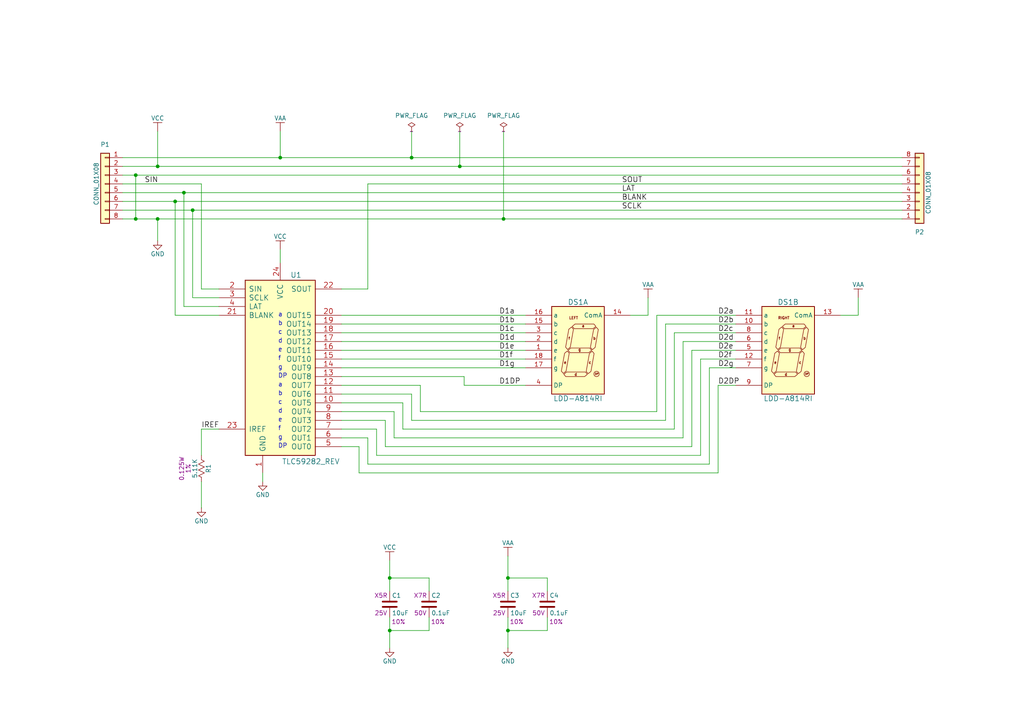
<source format=kicad_sch>
(kicad_sch (version 20231120) (generator "eeschema") (generator_version "8.0")
  (paper "A4")
  (title_block (title "2 Digit 7-Segment Display") (date "2016-09-10") (rev "v1.2.0"))
  (lib_symbols
    (symbol "Connector_Generic:Conn_01x08" (pin_names (offset 1.016) hide)
      (property "Reference" "J" (at 0 10.16 0))
      (property "Value" "Conn_01x08" (at 0 -12.7 0))
      (symbol "Conn_01x08_1_1"
        (rectangle (start -1.27 -10.033) (end 0 -10.287) (stroke (width 0.1524)))
        (rectangle (start -1.27 -7.493) (end 0 -7.747) (stroke (width 0.1524)))
        (rectangle (start -1.27 -4.953) (end 0 -5.207) (stroke (width 0.1524)))
        (rectangle (start -1.27 -2.413) (end 0 -2.667) (stroke (width 0.1524)))
        (rectangle (start -1.27 0.127) (end 0 -0.127) (stroke (width 0.1524)))
        (rectangle (start -1.27 2.667) (end 0 2.413) (stroke (width 0.1524)))
        (rectangle (start -1.27 5.207) (end 0 4.953) (stroke (width 0.1524)))
        (rectangle (start -1.27 7.747) (end 0 7.493) (stroke (width 0.1524)))
        (rectangle (start -1.27 8.89) (end 1.27 -11.43) (stroke (width 0.254)) (fill (type background)))
        (pin passive line (at -5.08 7.62 0) (length 3.81) (name "Pin_1") (number "1"))
        (pin passive line (at -5.08 5.08 0) (length 3.81) (name "Pin_2") (number "2"))
        (pin passive line (at -5.08 2.54 0) (length 3.81) (name "Pin_3") (number "3"))
        (pin passive line (at -5.08 0 0) (length 3.81) (name "Pin_4") (number "4"))
        (pin passive line (at -5.08 -2.54 0) (length 3.81) (name "Pin_5") (number "5"))
        (pin passive line (at -5.08 -5.08 0) (length 3.81) (name "Pin_6") (number "6"))
        (pin passive line (at -5.08 -7.62 0) (length 3.81) (name "Pin_7") (number "7"))
        (pin passive line (at -5.08 -10.16 0) (length 3.81) (name "Pin_8") (number "8"))
      )
    )
    (symbol "Device:C" (pin_numbers hide) (pin_names (offset 0.254))
      (property "Reference" "C" (at 0.635 2.54 0))
      (property "Value" "C" (at 0.635 -2.54 0))
      (symbol "C_0_1"
        (polyline (pts (xy -2.032 -0.762) (xy 2.032 -0.762)) (stroke (width 0.508)))
        (polyline (pts (xy -2.032 0.762) (xy 2.032 0.762)) (stroke (width 0.508)))
      )
      (symbol "C_1_1"
        (pin passive line (at 0 3.81 270) (length 2.794) (name "~") (number "1"))
        (pin passive line (at 0 -3.81 90) (length 2.794) (name "~") (number "2"))
      )
    )
    (symbol "Local:LDD-A814RI"
      (property "Reference" "DS" (at 0 13.97 0))
      (property "Value" "LDD-A814RI" (at 0 -13.97 0))
      (symbol "LDD-A814RI_0_0"
        (text "a" (at 1.524 7.0866 0) (effects (font (size 0.762 0.762))))
        (text "b" (at 4.7498 3.4798 0) (effects (font (size 0.762 0.762))))
        (text "c" (at 3.4798 -3.5306 0) (effects (font (size 0.762 0.762))))
        (text "d" (at -0.635 -6.985 0) (effects (font (size 0.762 0.762))))
        (text "DP" (at 5.4102 -6.858 0) (effects (font (size 0.508 0.508))))
        (text "e" (at -3.7084 -3.5306 0) (effects (font (size 0.762 0.762))))
        (text "f" (at -2.54 3.4544 0) (effects (font (size 0.762 0.762))))
        (text "g" (at 0.4826 0.2032 0) (effects (font (size 0.762 0.762))))
      )
      (symbol "LDD-A814RI_0_1"
        (rectangle (start -7.62 12.7) (end 7.62 -12.7) (stroke (width 0.254)) (fill (type background)))
        (polyline (pts (xy -4.826 -6.0452) (xy -3.8862 -0.8636) (xy -3.0988 -0.2032) (xy -2.54 -0.8636) (xy -3.4544 -6.0452) (xy -4.2418 -6.7056) (xy -4.826 -6.0452)))
        (polyline (pts (xy -3.5814 0.9144) (xy -2.667 6.096) (xy -1.8796 6.7564) (xy -1.3208 6.096) (xy -2.2352 0.9144) (xy -3.0226 0.2286) (xy -3.5814 0.9144)))
        (polyline (pts (xy -2.0828 0.6604) (xy 3.4036 0.6604) (xy 3.9624 0) (xy 3.1496 -0.6858) (xy -2.3114 -0.6858) (xy -2.8702 0) (xy -2.0828 0.6604)))
        (polyline (pts (xy -0.8636 7.62) (xy 4.6228 7.62) (xy 5.1816 6.9342) (xy 4.3942 6.2738) (xy -1.0922 6.2738) (xy -1.651 6.9342) (xy -0.8636 7.62)))
        (polyline (pts (xy 1.9304 -7.62) (xy -3.556 -7.62) (xy -4.1148 -6.9596) (xy -3.302 -6.2992) (xy 2.159 -6.2992) (xy 2.7178 -6.9596) (xy 1.9304 -7.62)))
        (polyline (pts (xy 4.6736 -0.9398) (xy 3.7592 -6.1214) (xy 2.9464 -6.7818) (xy 2.3876 -6.1214) (xy 3.302 -0.9398) (xy 4.1148 -0.254) (xy 4.6736 -0.9398)))
        (polyline (pts (xy 5.8928 6.0198) (xy 4.9784 0.8382) (xy 4.1656 0.1778) (xy 3.6068 0.8382) (xy 4.5212 6.0198) (xy 5.334 6.6802) (xy 5.8928 6.0198)))
        (circle (center 5.3848 -6.858) (radius 0.762))
      )
      (symbol "LDD-A814RI_1_0"
        (text "LEFT" (at -1.27 9.398 0) (effects (font (size 0.762 0.762))))
      )
      (symbol "LDD-A814RI_1_1"
        (pin input line (at -15.24 0 0) (length 7.62) (name "e") (number "1"))
        (pin input line (at 15.24 10.16 180) (length 7.62) (name "ComA") (number "14"))
        (pin input line (at -15.24 7.62 0) (length 7.62) (name "b") (number "15"))
        (pin input line (at -15.24 10.16 0) (length 7.62) (name "a") (number "16"))
        (pin input line (at -15.24 -5.08 0) (length 7.62) (name "g") (number "17"))
        (pin input line (at -15.24 -2.54 0) (length 7.62) (name "f") (number "18"))
        (pin input line (at -15.24 2.54 0) (length 7.62) (name "d") (number "2"))
        (pin input line (at -15.24 5.08 0) (length 7.62) (name "c") (number "3"))
        (pin input line (at -15.24 -10.16 0) (length 7.62) (name "DP") (number "4"))
      )
      (symbol "LDD-A814RI_2_0"
        (text "RIGHT" (at -1.27 9.398 0) (effects (font (size 0.762 0.762))))
      )
      (symbol "LDD-A814RI_2_1"
        (pin input line (at -15.24 7.62 0) (length 7.62) (name "b") (number "10"))
        (pin input line (at -15.24 10.16 0) (length 7.62) (name "a") (number "11"))
        (pin input line (at -15.24 -2.54 0) (length 7.62) (name "f") (number "12"))
        (pin input line (at 15.24 10.16 180) (length 7.62) (name "ComA") (number "13"))
        (pin input line (at -15.24 0 0) (length 7.62) (name "e") (number "5"))
        (pin input line (at -15.24 2.54 0) (length 7.62) (name "d") (number "6"))
        (pin input line (at -15.24 -5.08 0) (length 7.62) (name "g") (number "7"))
        (pin input line (at -15.24 5.08 0) (length 7.62) (name "c") (number "8"))
        (pin input line (at -15.24 -10.16 0) (length 7.62) (name "DP") (number "9"))
      )
    )
    (symbol "Local:R_local" (pin_numbers hide) (pin_names (offset 0))
      (property "Reference" "R" (at 2.032 0 90))
      (property "Value" "R_local" (at -1.905 0 90))
      (property "Description" "Resistor" (at -3.81 0 90))
      (property "Power" "0.125W" (at -5.715 0 90))
      (symbol "R_local_0_1"
        (polyline (pts (xy -0.8382 -2.1082) (xy 0.8382 -1.27)) (stroke (width 0.1524)))
        (polyline (pts (xy -0.8382 -0.4318) (xy 0.8382 0.4318)) (stroke (width 0.1524)))
        (polyline (pts (xy -0.8382 1.27) (xy 0.8382 2.1082)) (stroke (width 0.1524)))
        (polyline (pts (xy 0 -2.54) (xy -0.8382 -2.1082)) (stroke (width 0.1524)))
        (polyline (pts (xy 0.8382 -1.27) (xy -0.8382 -0.4318)) (stroke (width 0.1524)))
        (polyline (pts (xy 0.8382 0.4318) (xy -0.8382 1.27)) (stroke (width 0.1524)))
        (polyline (pts (xy 0.8382 2.1082) (xy 0 2.54)) (stroke (width 0.1524)))
      )
      (symbol "R_local_0_2"
        (rectangle (start -1.016 -2.54) (end 1.016 2.54) (stroke (width 0.254)))
      )
      (symbol "R_local_1_1"
        (pin passive line (at 0 3.81 270) (length 1.27) (name "~") (number "1"))
        (pin passive line (at 0 -3.81 90) (length 1.27) (name "~") (number "2"))
      )
      (symbol "R_local_1_2"
        (pin passive line (at 0 3.81 270) (length 1.27) (name "~") (number "1"))
        (pin passive line (at 0 -3.81 90) (length 1.27) (name "~") (number "2"))
      )
    )
    (symbol "Local:TLC59282_REV" (pin_names (offset 1.016))
      (property "Reference" "U" (at 3.302 27.178 0))
      (property "Value" "TLC59282_REV" (at 3.556 -27.178 0))
      (symbol "TLC59282_REV_1_0"
        (pin power_in line (at -5.08 -30.48 90) (length 5.08) (name "GND") (number "1"))
        (pin power_in line (at 0 30.48 270) (length 5.08) (name "VCC") (number "24"))
      )
      (symbol "TLC59282_REV_1_1"
        (rectangle (start -10.16 25.4) (end 10.16 -25.4) (stroke (width 0.254)) (fill (type background)))
        (pin output line (at 17.78 -10.16 180) (length 7.62) (name "OUT5") (number "10"))
        (pin output line (at 17.78 -7.62 180) (length 7.62) (name "OUT6") (number "11"))
        (pin output line (at 17.78 -5.08 180) (length 7.62) (name "OUT7") (number "12"))
        (pin output line (at 17.78 -2.54 180) (length 7.62) (name "OUT8") (number "13"))
        (pin output line (at 17.78 0 180) (length 7.62) (name "OUT9") (number "14"))
        (pin output line (at 17.78 2.54 180) (length 7.62) (name "OUT10") (number "15"))
        (pin output line (at 17.78 5.08 180) (length 7.62) (name "OUT11") (number "16"))
        (pin output line (at 17.78 7.62 180) (length 7.62) (name "OUT12") (number "17"))
        (pin output line (at 17.78 10.16 180) (length 7.62) (name "OUT13") (number "18"))
        (pin output line (at 17.78 12.7 180) (length 7.62) (name "OUT14") (number "19"))
        (pin input line (at -17.78 22.86 0) (length 7.62) (name "SIN") (number "2"))
        (pin output line (at 17.78 15.24 180) (length 7.62) (name "OUT15") (number "20"))
        (pin input line (at -17.78 15.24 0) (length 7.62) (name "BLANK") (number "21"))
        (pin output line (at 17.78 22.86 180) (length 7.62) (name "SOUT") (number "22"))
        (pin passive line (at -17.78 -17.78 0) (length 7.62) (name "IREF") (number "23"))
        (pin input line (at -17.78 20.32 0) (length 7.62) (name "SCLK") (number "3"))
        (pin input line (at -17.78 17.78 0) (length 7.62) (name "LAT") (number "4"))
        (pin output line (at 17.78 -22.86 180) (length 7.62) (name "OUT0") (number "5"))
        (pin output line (at 17.78 -20.32 180) (length 7.62) (name "OUT1") (number "6"))
        (pin output line (at 17.78 -17.78 180) (length 7.62) (name "OUT2") (number "7"))
        (pin output line (at 17.78 -15.24 180) (length 7.62) (name "OUT3") (number "8"))
        (pin output line (at 17.78 -12.7 180) (length 7.62) (name "OUT4") (number "9"))
      )
    )
    (symbol "Local:VAA" (power) (pin_names (offset 0))
      (property "Value" "VAA" (at 0 3.81 0))
      (symbol "VAA_0_1"
        (polyline (pts (xy -1.27 2.54) (xy 1.27 2.54)))
        (polyline (pts (xy 0 0) (xy 0 2.54)))
      )
      (symbol "VAA_1_1"
        (pin power_in line (at 0 0 90) (length 0) hide (name "VAA") (number "1"))
      )
    )
    (symbol "Local:VCC" (power) (pin_names (offset 0))
      (property "Value" "VCC" (at 0 3.81 0))
      (symbol "VCC_0_1"
        (polyline (pts (xy -1.27 2.54) (xy 1.27 2.54)))
        (polyline (pts (xy 0 0) (xy 0 2.54)))
      )
      (symbol "VCC_1_1"
        (pin power_in line (at 0 0 90) (length 0) hide (name "VCC") (number "1"))
      )
    )
    (symbol "power:GND" (power) (pin_numbers hide) (pin_names (offset 0) hide)
      (property "Value" "GND" (at 0 -3.81 0))
      (symbol "GND_0_1"
        (polyline (pts (xy 0 0) (xy 0 -1.27) (xy 1.27 -1.27) (xy 0 -2.54) (xy -1.27 -1.27) (xy 0 -1.27)))
      )
      (symbol "GND_1_1"
        (pin power_in line (at 0 0 270) (length 0) (name "~") (number "1"))
      )
    )
    (symbol "power:PWR_FLAG" (power) (pin_numbers hide) (pin_names (offset 0) hide)
      (property "Value" "PWR_FLAG" (at 0 3.81 0))
      (symbol "PWR_FLAG_0_0"
        (pin power_out line (at 0 0 90) (length 0) (name "~") (number "1"))
      )
      (symbol "PWR_FLAG_0_1"
        (polyline (pts (xy 0 0) (xy 0 1.27) (xy -1.016 1.905) (xy 0 2.54) (xy 1.016 1.905) (xy 0 1.27)))
      )
    )
  )
  (junction (at 113.03 167.64))
  (junction (at 133.35 48.26))
  (junction (at 81.28 45.72))
  (junction (at 147.32 167.64))
  (junction (at 45.72 63.5))
  (junction (at 55.88 60.96))
  (junction (at 39.37 50.8))
  (junction (at 146.05 63.5))
  (junction (at 45.72 48.26))
  (junction (at 39.37 63.5))
  (junction (at 147.32 182.88))
  (junction (at 119.38 45.72))
  (junction (at 50.8 58.42))
  (junction (at 53.34 55.88))
  (junction (at 113.03 182.88))
  (wire (pts (xy 99.06 101.6) (xy 152.4 101.6)))
  (wire (pts (xy 113.03 182.88) (xy 124.46 182.88)))
  (wire (pts (xy 35.56 55.88) (xy 53.34 55.88)))
  (wire (pts (xy 205.74 106.68) (xy 205.74 134.62)))
  (wire (pts (xy 106.68 83.82) (xy 106.68 53.34)))
  (wire (pts (xy 63.5 124.46) (xy 58.42 124.46)))
  (wire (pts (xy 248.92 91.44) (xy 243.84 91.44)))
  (wire (pts (xy 134.62 111.76) (xy 152.4 111.76)))
  (wire (pts (xy 133.35 38.1) (xy 133.35 48.26)))
  (wire (pts (xy 53.34 55.88) (xy 261.62 55.88)))
  (wire (pts (xy 203.2 132.08) (xy 203.2 104.14)))
  (wire (pts (xy 99.06 124.46) (xy 109.22 124.46)))
  (wire (pts (xy 190.5 91.44) (xy 213.36 91.44)))
  (wire (pts (xy 50.8 58.42) (xy 261.62 58.42)))
  (wire (pts (xy 158.75 179.07) (xy 158.75 182.88)))
  (wire (pts (xy 45.72 63.5) (xy 146.05 63.5)))
  (wire (pts (xy 114.3 119.38) (xy 114.3 127)))
  (wire (pts (xy 45.72 38.1) (xy 45.72 48.26)))
  (wire (pts (xy 119.38 114.3) (xy 119.38 121.92)))
  (wire (pts (xy 113.03 167.64) (xy 124.46 167.64)))
  (wire (pts (xy 248.92 86.36) (xy 248.92 91.44)))
  (wire (pts (xy 208.28 137.16) (xy 208.28 111.76)))
  (wire (pts (xy 81.28 72.39) (xy 81.28 76.2)))
  (wire (pts (xy 58.42 83.82) (xy 58.42 53.34)))
  (wire (pts (xy 106.68 134.62) (xy 106.68 127)))
  (wire (pts (xy 134.62 109.22) (xy 134.62 111.76)))
  (wire (pts (xy 200.66 129.54) (xy 111.76 129.54)))
  (wire (pts (xy 147.32 161.29) (xy 147.32 167.64)))
  (wire (pts (xy 63.5 91.44) (xy 50.8 91.44)))
  (wire (pts (xy 200.66 101.6) (xy 200.66 129.54)))
  (wire (pts (xy 119.38 38.1) (xy 119.38 45.72)))
  (wire (pts (xy 133.35 48.26) (xy 261.62 48.26)))
  (wire (pts (xy 45.72 63.5) (xy 45.72 69.85)))
  (wire (pts (xy 58.42 124.46) (xy 58.42 132.08)))
  (wire (pts (xy 76.2 137.16) (xy 76.2 139.7)))
  (wire (pts (xy 113.03 167.64) (xy 113.03 171.45)))
  (wire (pts (xy 119.38 121.92) (xy 193.04 121.92)))
  (wire (pts (xy 58.42 139.7) (xy 58.42 147.32)))
  (wire (pts (xy 147.32 182.88) (xy 147.32 187.96)))
  (wire (pts (xy 81.28 38.1) (xy 81.28 45.72)))
  (wire (pts (xy 99.06 111.76) (xy 121.92 111.76)))
  (wire (pts (xy 39.37 50.8) (xy 261.62 50.8)))
  (wire (pts (xy 190.5 119.38) (xy 190.5 91.44)))
  (wire (pts (xy 99.06 109.22) (xy 134.62 109.22)))
  (wire (pts (xy 158.75 182.88) (xy 147.32 182.88)))
  (wire (pts (xy 195.58 96.52) (xy 213.36 96.52)))
  (wire (pts (xy 109.22 124.46) (xy 109.22 132.08)))
  (wire (pts (xy 116.84 124.46) (xy 195.58 124.46)))
  (wire (pts (xy 113.03 182.88) (xy 113.03 187.96)))
  (wire (pts (xy 104.14 137.16) (xy 208.28 137.16)))
  (wire (pts (xy 114.3 127) (xy 198.12 127)))
  (wire (pts (xy 63.5 86.36) (xy 55.88 86.36)))
  (wire (pts (xy 106.68 53.34) (xy 261.62 53.34)))
  (wire (pts (xy 205.74 134.62) (xy 106.68 134.62)))
  (wire (pts (xy 109.22 132.08) (xy 203.2 132.08)))
  (wire (pts (xy 99.06 104.14) (xy 152.4 104.14)))
  (wire (pts (xy 99.06 106.68) (xy 152.4 106.68)))
  (wire (pts (xy 35.56 60.96) (xy 55.88 60.96)))
  (wire (pts (xy 198.12 127) (xy 198.12 99.06)))
  (wire (pts (xy 99.06 129.54) (xy 104.14 129.54)))
  (wire (pts (xy 119.38 45.72) (xy 261.62 45.72)))
  (wire (pts (xy 193.04 121.92) (xy 193.04 93.98)))
  (wire (pts (xy 111.76 121.92) (xy 99.06 121.92)))
  (wire (pts (xy 187.96 86.36) (xy 187.96 91.44)))
  (wire (pts (xy 99.06 116.84) (xy 116.84 116.84)))
  (wire (pts (xy 111.76 129.54) (xy 111.76 121.92)))
  (wire (pts (xy 99.06 93.98) (xy 152.4 93.98)))
  (wire (pts (xy 158.75 167.64) (xy 158.75 171.45)))
  (wire (pts (xy 124.46 167.64) (xy 124.46 171.45)))
  (wire (pts (xy 99.06 114.3) (xy 119.38 114.3)))
  (wire (pts (xy 55.88 86.36) (xy 55.88 60.96)))
  (wire (pts (xy 35.56 45.72) (xy 81.28 45.72)))
  (wire (pts (xy 99.06 99.06) (xy 152.4 99.06)))
  (wire (pts (xy 53.34 88.9) (xy 53.34 55.88)))
  (wire (pts (xy 35.56 48.26) (xy 45.72 48.26)))
  (wire (pts (xy 193.04 93.98) (xy 213.36 93.98)))
  (wire (pts (xy 39.37 50.8) (xy 39.37 63.5)))
  (wire (pts (xy 99.06 119.38) (xy 114.3 119.38)))
  (wire (pts (xy 106.68 127) (xy 99.06 127)))
  (wire (pts (xy 124.46 182.88) (xy 124.46 179.07)))
  (wire (pts (xy 146.05 63.5) (xy 261.62 63.5)))
  (wire (pts (xy 121.92 119.38) (xy 190.5 119.38)))
  (wire (pts (xy 195.58 124.46) (xy 195.58 96.52)))
  (wire (pts (xy 35.56 50.8) (xy 39.37 50.8)))
  (wire (pts (xy 45.72 48.26) (xy 133.35 48.26)))
  (wire (pts (xy 116.84 116.84) (xy 116.84 124.46)))
  (wire (pts (xy 113.03 179.07) (xy 113.03 182.88)))
  (wire (pts (xy 213.36 101.6) (xy 200.66 101.6)))
  (wire (pts (xy 39.37 63.5) (xy 45.72 63.5)))
  (wire (pts (xy 58.42 53.34) (xy 35.56 53.34)))
  (wire (pts (xy 55.88 60.96) (xy 261.62 60.96)))
  (wire (pts (xy 113.03 162.56) (xy 113.03 167.64)))
  (wire (pts (xy 81.28 45.72) (xy 119.38 45.72)))
  (wire (pts (xy 198.12 99.06) (xy 213.36 99.06)))
  (wire (pts (xy 99.06 96.52) (xy 152.4 96.52)))
  (wire (pts (xy 147.32 167.64) (xy 147.32 171.45)))
  (wire (pts (xy 50.8 91.44) (xy 50.8 58.42)))
  (wire (pts (xy 187.96 91.44) (xy 182.88 91.44)))
  (wire (pts (xy 208.28 111.76) (xy 213.36 111.76)))
  (wire (pts (xy 147.32 179.07) (xy 147.32 182.88)))
  (wire (pts (xy 203.2 104.14) (xy 213.36 104.14)))
  (wire (pts (xy 63.5 83.82) (xy 58.42 83.82)))
  (wire (pts (xy 104.14 129.54) (xy 104.14 137.16)))
  (wire (pts (xy 147.32 167.64) (xy 158.75 167.64)))
  (wire (pts (xy 213.36 106.68) (xy 205.74 106.68)))
  (wire (pts (xy 121.92 111.76) (xy 121.92 119.38)))
  (wire (pts (xy 146.05 38.1) (xy 146.05 63.5)))
  (wire (pts (xy 99.06 83.82) (xy 106.68 83.82)))
  (wire (pts (xy 35.56 63.5) (xy 39.37 63.5)))
  (wire (pts (xy 35.56 58.42) (xy 50.8 58.42)))
  (wire (pts (xy 99.06 91.44) (xy 152.4 91.44)))
  (wire (pts (xy 63.5 88.9) (xy 53.34 88.9)))
  (text "c" (at 80.645 97.155 0) (effects (font (size 1.27 1.27)) (justify left bottom)))
  (text "b" (at 80.645 94.615 0) (effects (font (size 1.27 1.27)) (justify left bottom)))
  (text "c" (at 80.645 117.475 0) (effects (font (size 1.27 1.27)) (justify left bottom)))
  (text "e" (at 80.645 102.235 0) (effects (font (size 1.27 1.27)) (justify left bottom)))
  (text "g" (at 80.645 107.315 0) (effects (font (size 1.27 1.27)) (justify left bottom)))
  (text "d" (at 80.645 120.015 0) (effects (font (size 1.27 1.27)) (justify left bottom)))
  (text "g" (at 80.645 127.635 0) (effects (font (size 1.27 1.27)) (justify left bottom)))
  (text "a" (at 80.645 112.395 0) (effects (font (size 1.27 1.27)) (justify left bottom)))
  (text "d" (at 80.645 99.695 0) (effects (font (size 1.27 1.27)) (justify left bottom)))
  (text "b" (at 80.645 114.935 0) (effects (font (size 1.27 1.27)) (justify left bottom)))
  (text "f" (at 80.645 125.095 0) (effects (font (size 1.27 1.27)) (justify left bottom)))
  (text "DP" (at 80.645 109.855 0) (effects (font (size 1.27 1.27)) (justify left bottom)))
  (text "a" (at 80.645 92.075 0) (effects (font (size 1.27 1.27)) (justify left bottom)))
  (text "f" (at 80.645 104.775 0) (effects (font (size 1.27 1.27)) (justify left bottom)))
  (text "DP" (at 80.645 130.175 0) (effects (font (size 1.27 1.27)) (justify left bottom)))
  (text "e" (at 80.645 122.555 0) (effects (font (size 1.27 1.27)) (justify left bottom)))
  (label "LAT" (at 180.34 55.88 0) (effects (font (size 1.524 1.524))))
  (label "D1f" (at 144.78 104.14 0) (effects (font (size 1.524 1.524))))
  (label "BLANK" (at 180.34 58.42 0) (effects (font (size 1.524 1.524))))
  (label "D1DP" (at 144.78 111.76 0) (effects (font (size 1.524 1.524))))
  (label "SIN" (at 41.91 53.34 0) (effects (font (size 1.524 1.524))))
  (label "IREF" (at 58.42 124.46 0) (effects (font (size 1.524 1.524))))
  (label "D1b" (at 144.78 93.98 0) (effects (font (size 1.524 1.524))))
  (label "D2f" (at 208.28 104.14 0) (effects (font (size 1.524 1.524))))
  (label "D1c" (at 144.78 96.52 0) (effects (font (size 1.524 1.524))))
  (label "D1a" (at 144.78 91.44 0) (effects (font (size 1.524 1.524))))
  (label "D2d" (at 208.28 99.06 0) (effects (font (size 1.524 1.524))))
  (label "D1d" (at 144.78 99.06 0) (effects (font (size 1.524 1.524))))
  (label "D1e" (at 144.78 101.6 0) (effects (font (size 1.524 1.524))))
  (label "SCLK" (at 180.34 60.96 0) (effects (font (size 1.524 1.524))))
  (label "D2a" (at 208.28 91.44 0) (effects (font (size 1.524 1.524))))
  (label "D2c" (at 208.28 96.52 0) (effects (font (size 1.524 1.524))))
  (label "D1g" (at 144.78 106.68 0) (effects (font (size 1.524 1.524))))
  (label "D2DP" (at 208.28 111.76 0) (effects (font (size 1.524 1.524))))
  (label "D2b" (at 208.28 93.98 0) (effects (font (size 1.524 1.524))))
  (label "SOUT" (at 180.34 53.34 0) (effects (font (size 1.524 1.524))))
  (label "D2e" (at 208.28 101.6 0) (effects (font (size 1.524 1.524))))
  (label "D2g" (at 208.28 106.68 0) (effects (font (size 1.524 1.524))))
  (symbol (lib_id "Connector_Generic:Conn_01x08") (at 30.48 53.34 0) (mirror y) (unit 1)
    (property "Reference" "P1" (at 30.48 41.91 0))
    (property "Value" "CONN_01X08" (at 27.94 53.34 90))
    (property "Footprint" "Local:Pin_Header_1x08_edge" (effects (hide yes)))
    (property "Description" "Generic connector, single row, 01x08, script generated (kicad-library-utils/schlib/autogen/connector/)" (effects (hide yes)))
  )
  (symbol (lib_id "Connector_Generic:Conn_01x08") (at 266.7 55.88 0) (mirror x) (unit 1)
    (property "Reference" "P2" (at 266.7 67.31 0))
    (property "Value" "CONN_01X08" (at 269.24 55.88 90))
    (property "Footprint" "Local:Pin_Header_1x08_edge" (effects (hide yes)))
    (property "Description" "Generic connector, single row, 01x08, script generated (kicad-library-utils/schlib/autogen/connector/)" (effects (hide yes)))
  )
  (symbol (lib_id "Device:C") (at 113.03 175.26 0) (unit 1)
    (property "Reference" "C1" (at 113.665 172.72 0) (effects (justify left)))
    (property "Value" "10uF" (at 113.665 177.8 0) (effects (justify left)))
    (property "Footprint" "Local:C_1206_HandSoldering" (effects (hide yes)))
    (property "Description" "Unpolarized capacitor" (effects (hide yes)))
    (property "Voltage" "25V" (at 110.49 177.8 0))
    (property "Tolerance" "10%" (at 115.57 180.34 0))
    (property "Dielectric" "X5R" (at 110.49 172.72 0))
    (property "Manufacturer" "TDK" (effects (hide yes)))
    (property "PartNum" "C3216X5R1E106K160AB" (effects (hide yes)))
  )
  (symbol (lib_id "Device:C") (at 124.46 175.26 0) (unit 1)
    (property "Reference" "C2" (at 125.095 172.72 0) (effects (justify left)))
    (property "Value" "0.1uF" (at 125.095 177.8 0) (effects (justify left)))
    (property "Footprint" "Local:C_0805_HandSoldering" (effects (hide yes)))
    (property "Description" "Unpolarized capacitor" (effects (hide yes)))
    (property "Voltage" "50V" (at 121.92 177.8 0))
    (property "Tolerance" "10%" (at 127 180.34 0))
    (property "Dielectric" "X7R" (at 121.92 172.72 0))
    (property "Manufacturer" "Kemet" (effects (hide yes)))
    (property "PartNum" "C0805C104K5RACTU" (effects (hide yes)))
  )
  (symbol (lib_id "Device:C") (at 147.32 175.26 0) (unit 1)
    (property "Reference" "C3" (at 147.955 172.72 0) (effects (justify left)))
    (property "Value" "10uF" (at 147.955 177.8 0) (effects (justify left)))
    (property "Footprint" "Local:C_1206_HandSoldering" (effects (hide yes)))
    (property "Description" "Unpolarized capacitor" (effects (hide yes)))
    (property "Voltage" "25V" (at 144.78 177.8 0))
    (property "Tolerance" "10%" (at 149.86 180.34 0))
    (property "Dielectric" "X5R" (at 144.78 172.72 0))
    (property "Manufacturer" "TDK" (effects (hide yes)))
    (property "PartNum" "C3216X5R1E106K160AB" (effects (hide yes)))
  )
  (symbol (lib_id "power:GND") (at 58.42 147.32 0) (unit 1)
    (property "Reference" "#PWR01" (effects (hide yes)))
    (property "Value" "GND" (at 58.42 151.13 0))
    (property "Description" "Power symbol creates a global label with name \"GND\" , ground" (effects (hide yes)))
  )
  (symbol (lib_id "Local:VCC") (at 45.72 38.1 0) (unit 1)
    (property "Reference" "#PWR02" (effects (hide yes)))
    (property "Value" "VCC" (at 45.72 34.29 0))
  )
  (symbol (lib_id "power:GND") (at 45.72 69.85 0) (unit 1)
    (property "Reference" "#PWR03" (effects (hide yes)))
    (property "Value" "GND" (at 45.72 73.66 0))
    (property "Description" "Power symbol creates a global label with name \"GND\" , ground" (effects (hide yes)))
  )
  (symbol (lib_id "power:GND") (at 113.03 187.96 0) (unit 1)
    (property "Reference" "#PWR04" (effects (hide yes)))
    (property "Value" "GND" (at 113.03 191.77 0))
    (property "Description" "Power symbol creates a global label with name \"GND\" , ground" (effects (hide yes)))
  )
  (symbol (lib_id "power:GND") (at 147.32 187.96 0) (unit 1)
    (property "Reference" "#PWR05" (effects (hide yes)))
    (property "Value" "GND" (at 147.32 191.77 0))
    (property "Description" "Power symbol creates a global label with name \"GND\" , ground" (effects (hide yes)))
  )
  (symbol (lib_id "Local:VCC") (at 113.03 162.56 0) (unit 1)
    (property "Reference" "#PWR06" (effects (hide yes)))
    (property "Value" "VCC" (at 113.03 158.75 0))
  )
  (symbol (lib_id "Local:VAA") (at 81.28 38.1 0) (unit 1)
    (property "Reference" "#PWR07" (effects (hide yes)))
    (property "Value" "VAA" (at 81.28 34.29 0))
  )
  (symbol (lib_id "Local:VAA") (at 248.92 86.36 0) (unit 1)
    (property "Reference" "#PWR08" (effects (hide yes)))
    (property "Value" "VAA" (at 248.92 82.55 0))
  )
  (symbol (lib_id "Local:VAA") (at 147.32 161.29 0) (unit 1)
    (property "Reference" "#PWR09" (effects (hide yes)))
    (property "Value" "VAA" (at 147.32 157.48 0))
  )
  (symbol (lib_id "Local:VAA") (at 187.96 86.36 0) (unit 1)
    (property "Reference" "#PWR010" (effects (hide yes)))
    (property "Value" "VAA" (at 187.96 82.55 0))
  )
  (symbol (lib_id "power:PWR_FLAG") (at 119.38 38.1 0) (unit 1)
    (property "Reference" "#FLG011" (effects (hide yes)))
    (property "Value" "PWR_FLAG" (at 119.38 33.528 0))
    (property "Datasheet" "~" (at 119.38 38.1 0) (effects (font (size 1.524 1.524))))
    (property "Description" "Special symbol for telling ERC where power comes from" (effects (hide yes)))
  )
  (symbol (lib_id "power:PWR_FLAG") (at 133.35 38.1 0) (unit 1)
    (property "Reference" "#FLG012" (effects (hide yes)))
    (property "Value" "PWR_FLAG" (at 133.35 33.528 0))
    (property "Datasheet" "~" (at 133.35 38.1 0) (effects (font (size 1.524 1.524))))
    (property "Description" "Special symbol for telling ERC where power comes from" (effects (hide yes)))
  )
  (symbol (lib_id "power:PWR_FLAG") (at 146.05 38.1 0) (unit 1)
    (property "Reference" "#FLG013" (effects (hide yes)))
    (property "Value" "PWR_FLAG" (at 146.05 33.528 0))
    (property "Datasheet" "~" (at 146.05 38.1 0) (effects (font (size 1.524 1.524))))
    (property "Description" "Special symbol for telling ERC where power comes from" (effects (hide yes)))
  )
  (symbol (lib_id "Local:R_local") (at 58.42 135.89 0) (unit 1)
    (property "Reference" "R1" (at 60.452 135.89 90))
    (property "Value" "5.11K" (at 56.515 135.89 90))
    (property "Footprint" "Local:R_0805_HandSoldering" (effects (hide yes)))
    (property "Description" "Resistor" (effects (hide yes)))
    (property "Tolerance" "1%" (at 54.61 135.89 90))
    (property "Power" "0.125W" (at 52.705 135.89 90))
    (property "Manufacturer" "Vishay Dale" (effects (hide yes)))
    (property "PartNum" "CRCW08055K11FKEA" (effects (hide yes)))
  )
  (symbol (lib_id "Device:C") (at 158.75 175.26 0) (unit 1)
    (property "Reference" "C4" (at 159.385 172.72 0) (effects (justify left)))
    (property "Value" "0.1uF" (at 159.385 177.8 0) (effects (justify left)))
    (property "Footprint" "Local:C_0805_HandSoldering" (effects (hide yes)))
    (property "Description" "Unpolarized capacitor" (effects (hide yes)))
    (property "Voltage" "50V" (at 156.21 177.8 0))
    (property "Tolerance" "10%" (at 161.29 180.34 0))
    (property "Dielectric" "X7R" (at 156.21 172.72 0))
    (property "Manufacturer" "Kemet" (effects (hide yes)))
    (property "PartNum" "C0805C104K5RACTU" (effects (hide yes)))
  )
  (symbol (lib_id "Local:LDD-A814RI") (at 228.6 101.6 0) (unit 2)
    (property "Reference" "DS1" (at 228.6 87.63 0) (effects (font (size 1.524 1.524))))
    (property "Value" "LDD-A814RI" (at 228.6 115.57 0) (effects (font (size 1.524 1.524))))
    (property "Footprint" "Local:LDD-A814RI" (effects (hide yes)))
    (property "Description" "0.80\" 7 Segment Dual Digit Display" (effects (hide yes)))
    (property "Manufacturer" "Lumex" (effects (hide yes)))
    (property "PartNum" "LDD-A814RI" (effects (hide yes)))
  )
  (symbol (lib_id "Local:LDD-A814RI") (at 167.64 101.6 0) (unit 1)
    (property "Reference" "DS1" (at 167.64 87.63 0) (effects (font (size 1.524 1.524))))
    (property "Value" "LDD-A814RI" (at 167.64 115.57 0) (effects (font (size 1.524 1.524))))
    (property "Footprint" "Local:LDD-A814RI" (effects (hide yes)))
    (property "Description" "0.80\" 7 Segment Dual Digit Display" (effects (hide yes)))
    (property "Manufacturer" "Lumex" (effects (hide yes)))
    (property "PartNum" "LDD-A814RI" (effects (hide yes)))
  )
  (symbol (lib_id "Local:TLC59282_REV") (at 81.28 106.68 0) (unit 1)
    (property "Reference" "U1" (at 85.852 79.756 0) (effects (font (size 1.524 1.524))))
    (property "Value" "TLC59282_REV" (at 90.17 133.858 0) (effects (font (size 1.524 1.524))))
    (property "Footprint" "Local:SSOP-24_3.9x8.65mm_Pitch0.635mm" (effects (hide yes)))
    (property "Description" "16-Channel, Constant-Current LED Driver" (effects (hide yes)))
    (property "Manufacturer" "Texas Instruments" (effects (hide yes)))
    (property "PartNum" "TLC59282DBQ" (effects (hide yes)))
  )
  (symbol (lib_id "power:GND") (at 76.2 139.7 0) (unit 1)
    (property "Reference" "#PWR011" (effects (hide yes)))
    (property "Value" "GND" (at 76.2 143.51 0))
    (property "Description" "Power symbol creates a global label with name \"GND\" , ground" (effects (hide yes)))
  )
  (symbol (lib_id "Local:VCC") (at 81.28 72.39 0) (unit 1)
    (property "Reference" "#PWR012" (effects (hide yes)))
    (property "Value" "VCC" (at 81.28 68.58 0))
  )
)
</source>
